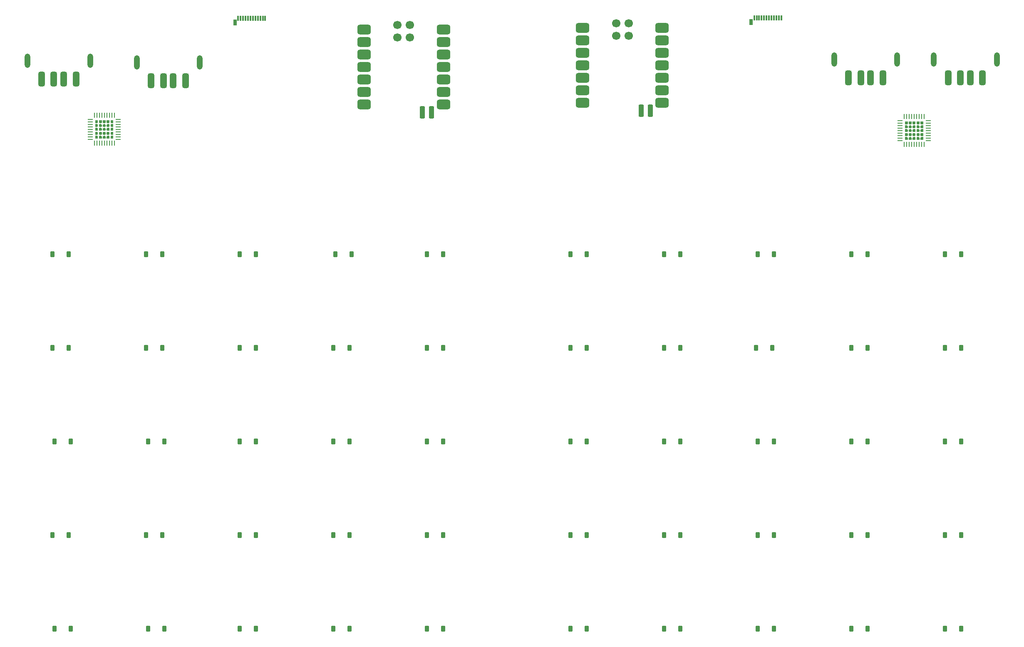
<source format=gbr>
%TF.GenerationSoftware,KiCad,Pcbnew,9.0.2*%
%TF.CreationDate,2025-10-05T12:30:13-05:00*%
%TF.ProjectId,keeb,6b656562-2e6b-4696-9361-645f70636258,rev?*%
%TF.SameCoordinates,Original*%
%TF.FileFunction,Paste,Top*%
%TF.FilePolarity,Positive*%
%FSLAX46Y46*%
G04 Gerber Fmt 4.6, Leading zero omitted, Abs format (unit mm)*
G04 Created by KiCad (PCBNEW 9.0.2) date 2025-10-05 12:30:13*
%MOMM*%
%LPD*%
G01*
G04 APERTURE LIST*
G04 Aperture macros list*
%AMRoundRect*
0 Rectangle with rounded corners*
0 $1 Rounding radius*
0 $2 $3 $4 $5 $6 $7 $8 $9 X,Y pos of 4 corners*
0 Add a 4 corners polygon primitive as box body*
4,1,4,$2,$3,$4,$5,$6,$7,$8,$9,$2,$3,0*
0 Add four circle primitives for the rounded corners*
1,1,$1+$1,$2,$3*
1,1,$1+$1,$4,$5*
1,1,$1+$1,$6,$7*
1,1,$1+$1,$8,$9*
0 Add four rect primitives between the rounded corners*
20,1,$1+$1,$2,$3,$4,$5,0*
20,1,$1+$1,$4,$5,$6,$7,0*
20,1,$1+$1,$6,$7,$8,$9,0*
20,1,$1+$1,$8,$9,$2,$3,0*%
G04 Aperture macros list end*
%ADD10C,0.000000*%
%ADD11R,1.066800X0.254000*%
%ADD12R,0.254000X1.066800*%
%ADD13RoundRect,0.225000X-0.225000X-0.375000X0.225000X-0.375000X0.225000X0.375000X-0.225000X0.375000X0*%
%ADD14O,1.200000X2.900000*%
%ADD15RoundRect,0.325000X0.325000X1.175000X-0.325000X1.175000X-0.325000X-1.175000X0.325000X-1.175000X0*%
%ADD16RoundRect,0.500000X-0.875000X-0.500000X0.875000X-0.500000X0.875000X0.500000X-0.875000X0.500000X0*%
%ADD17RoundRect,0.275000X-0.275000X0.975000X-0.275000X-0.975000X0.275000X-0.975000X0.275000X0.975000X0*%
%ADD18C,1.700000*%
%ADD19R,0.380000X1.000000*%
%ADD20R,0.700000X1.150000*%
G04 APERTURE END LIST*
D10*
%TO.C,U4*%
G36*
X55868900Y-50647479D02*
G01*
X55727479Y-50788900D01*
X55294530Y-50788900D01*
X55294530Y-50214530D01*
X55868900Y-50214530D01*
X55868900Y-50647479D01*
G37*
G36*
X55868900Y-53492521D02*
G01*
X55868900Y-53925470D01*
X55294530Y-53925470D01*
X55294530Y-53351100D01*
X55727479Y-53351100D01*
X55868900Y-53492521D01*
G37*
G36*
X59005470Y-50788900D02*
G01*
X58572521Y-50788900D01*
X58431100Y-50647479D01*
X58431100Y-50214530D01*
X59005470Y-50214530D01*
X59005470Y-50788900D01*
G37*
G36*
X59005470Y-53925470D02*
G01*
X58431100Y-53925470D01*
X58431100Y-53492521D01*
X58572521Y-53351100D01*
X59005470Y-53351100D01*
X59005470Y-53925470D01*
G37*
G36*
X55868900Y-51130321D02*
G01*
X55868900Y-51434879D01*
X55727479Y-51576300D01*
X55294530Y-51576300D01*
X55294530Y-50988900D01*
X55727479Y-50988900D01*
X55868900Y-51130321D01*
G37*
G36*
X55868900Y-51917721D02*
G01*
X55868900Y-52222279D01*
X55727479Y-52363700D01*
X55294530Y-52363700D01*
X55294530Y-51776300D01*
X55727479Y-51776300D01*
X55868900Y-51917721D01*
G37*
G36*
X55868900Y-52705121D02*
G01*
X55868900Y-53009679D01*
X55727479Y-53151100D01*
X55294530Y-53151100D01*
X55294530Y-52563700D01*
X55727479Y-52563700D01*
X55868900Y-52705121D01*
G37*
G36*
X56656300Y-50647479D02*
G01*
X56514879Y-50788900D01*
X56210321Y-50788900D01*
X56068900Y-50647479D01*
X56068900Y-50214530D01*
X56656300Y-50214530D01*
X56656300Y-50647479D01*
G37*
G36*
X56656300Y-53492521D02*
G01*
X56656300Y-53925470D01*
X56068900Y-53925470D01*
X56068900Y-53492521D01*
X56210321Y-53351100D01*
X56514879Y-53351100D01*
X56656300Y-53492521D01*
G37*
G36*
X57443700Y-50647479D02*
G01*
X57302279Y-50788900D01*
X56997721Y-50788900D01*
X56856300Y-50647479D01*
X56856300Y-50214530D01*
X57443700Y-50214530D01*
X57443700Y-50647479D01*
G37*
G36*
X57443700Y-53492521D02*
G01*
X57443700Y-53925470D01*
X56856300Y-53925470D01*
X56856300Y-53492521D01*
X56997721Y-53351100D01*
X57302279Y-53351100D01*
X57443700Y-53492521D01*
G37*
G36*
X58231100Y-50647479D02*
G01*
X58089679Y-50788900D01*
X57785121Y-50788900D01*
X57643700Y-50647479D01*
X57643700Y-50214530D01*
X58231100Y-50214530D01*
X58231100Y-50647479D01*
G37*
G36*
X58231100Y-53492521D02*
G01*
X58231100Y-53925470D01*
X57643700Y-53925470D01*
X57643700Y-53492521D01*
X57785121Y-53351100D01*
X58089679Y-53351100D01*
X58231100Y-53492521D01*
G37*
G36*
X59005470Y-51576300D02*
G01*
X58572521Y-51576300D01*
X58431100Y-51434879D01*
X58431100Y-51130321D01*
X58572521Y-50988900D01*
X59005470Y-50988900D01*
X59005470Y-51576300D01*
G37*
G36*
X59005470Y-52363700D02*
G01*
X58572521Y-52363700D01*
X58431100Y-52222279D01*
X58431100Y-51917721D01*
X58572521Y-51776300D01*
X59005470Y-51776300D01*
X59005470Y-52363700D01*
G37*
G36*
X59005470Y-53151100D02*
G01*
X58572521Y-53151100D01*
X58431100Y-53009679D01*
X58431100Y-52705121D01*
X58572521Y-52563700D01*
X59005470Y-52563700D01*
X59005470Y-53151100D01*
G37*
G36*
X56656300Y-51130321D02*
G01*
X56656300Y-51434879D01*
X56514879Y-51576300D01*
X56210321Y-51576300D01*
X56068900Y-51434879D01*
X56068900Y-51130321D01*
X56210321Y-50988900D01*
X56514879Y-50988900D01*
X56656300Y-51130321D01*
G37*
G36*
X56656300Y-51917721D02*
G01*
X56656300Y-52222279D01*
X56514879Y-52363700D01*
X56210321Y-52363700D01*
X56068900Y-52222279D01*
X56068900Y-51917721D01*
X56210321Y-51776300D01*
X56514879Y-51776300D01*
X56656300Y-51917721D01*
G37*
G36*
X56656300Y-52705121D02*
G01*
X56656300Y-53009679D01*
X56514879Y-53151100D01*
X56210321Y-53151100D01*
X56068900Y-53009679D01*
X56068900Y-52705121D01*
X56210321Y-52563700D01*
X56514879Y-52563700D01*
X56656300Y-52705121D01*
G37*
G36*
X57443700Y-51130321D02*
G01*
X57443700Y-51434879D01*
X57302279Y-51576300D01*
X56997721Y-51576300D01*
X56856300Y-51434879D01*
X56856300Y-51130321D01*
X56997721Y-50988900D01*
X57302279Y-50988900D01*
X57443700Y-51130321D01*
G37*
G36*
X57443700Y-51917721D02*
G01*
X57443700Y-52222279D01*
X57302279Y-52363700D01*
X56997721Y-52363700D01*
X56856300Y-52222279D01*
X56856300Y-51917721D01*
X56997721Y-51776300D01*
X57302279Y-51776300D01*
X57443700Y-51917721D01*
G37*
G36*
X57443700Y-52705121D02*
G01*
X57443700Y-53009679D01*
X57302279Y-53151100D01*
X56997721Y-53151100D01*
X56856300Y-53009679D01*
X56856300Y-52705121D01*
X56997721Y-52563700D01*
X57302279Y-52563700D01*
X57443700Y-52705121D01*
G37*
G36*
X58231100Y-51130321D02*
G01*
X58231100Y-51434879D01*
X58089679Y-51576300D01*
X57785121Y-51576300D01*
X57643700Y-51434879D01*
X57643700Y-51130321D01*
X57785121Y-50988900D01*
X58089679Y-50988900D01*
X58231100Y-51130321D01*
G37*
G36*
X58231100Y-51917721D02*
G01*
X58231100Y-52222279D01*
X58089679Y-52363700D01*
X57785121Y-52363700D01*
X57643700Y-52222279D01*
X57643700Y-51917721D01*
X57785121Y-51776300D01*
X58089679Y-51776300D01*
X58231100Y-51917721D01*
G37*
G36*
X58231100Y-52705121D02*
G01*
X58231100Y-53009679D01*
X58089679Y-53151100D01*
X57785121Y-53151100D01*
X57643700Y-53009679D01*
X57643700Y-52705121D01*
X57785121Y-52563700D01*
X58089679Y-52563700D01*
X58231100Y-52705121D01*
G37*
%TO.C,U3*%
G36*
X220664100Y-50901479D02*
G01*
X220522679Y-51042900D01*
X220089730Y-51042900D01*
X220089730Y-50468530D01*
X220664100Y-50468530D01*
X220664100Y-50901479D01*
G37*
G36*
X220664100Y-53746521D02*
G01*
X220664100Y-54179470D01*
X220089730Y-54179470D01*
X220089730Y-53605100D01*
X220522679Y-53605100D01*
X220664100Y-53746521D01*
G37*
G36*
X223800670Y-51042900D02*
G01*
X223367721Y-51042900D01*
X223226300Y-50901479D01*
X223226300Y-50468530D01*
X223800670Y-50468530D01*
X223800670Y-51042900D01*
G37*
G36*
X223800670Y-54179470D02*
G01*
X223226300Y-54179470D01*
X223226300Y-53746521D01*
X223367721Y-53605100D01*
X223800670Y-53605100D01*
X223800670Y-54179470D01*
G37*
G36*
X220664100Y-51384321D02*
G01*
X220664100Y-51688879D01*
X220522679Y-51830300D01*
X220089730Y-51830300D01*
X220089730Y-51242900D01*
X220522679Y-51242900D01*
X220664100Y-51384321D01*
G37*
G36*
X220664100Y-52171721D02*
G01*
X220664100Y-52476279D01*
X220522679Y-52617700D01*
X220089730Y-52617700D01*
X220089730Y-52030300D01*
X220522679Y-52030300D01*
X220664100Y-52171721D01*
G37*
G36*
X220664100Y-52959121D02*
G01*
X220664100Y-53263679D01*
X220522679Y-53405100D01*
X220089730Y-53405100D01*
X220089730Y-52817700D01*
X220522679Y-52817700D01*
X220664100Y-52959121D01*
G37*
G36*
X221451500Y-50901479D02*
G01*
X221310079Y-51042900D01*
X221005521Y-51042900D01*
X220864100Y-50901479D01*
X220864100Y-50468530D01*
X221451500Y-50468530D01*
X221451500Y-50901479D01*
G37*
G36*
X221451500Y-53746521D02*
G01*
X221451500Y-54179470D01*
X220864100Y-54179470D01*
X220864100Y-53746521D01*
X221005521Y-53605100D01*
X221310079Y-53605100D01*
X221451500Y-53746521D01*
G37*
G36*
X222238900Y-50901479D02*
G01*
X222097479Y-51042900D01*
X221792921Y-51042900D01*
X221651500Y-50901479D01*
X221651500Y-50468530D01*
X222238900Y-50468530D01*
X222238900Y-50901479D01*
G37*
G36*
X222238900Y-53746521D02*
G01*
X222238900Y-54179470D01*
X221651500Y-54179470D01*
X221651500Y-53746521D01*
X221792921Y-53605100D01*
X222097479Y-53605100D01*
X222238900Y-53746521D01*
G37*
G36*
X223026300Y-50901479D02*
G01*
X222884879Y-51042900D01*
X222580321Y-51042900D01*
X222438900Y-50901479D01*
X222438900Y-50468530D01*
X223026300Y-50468530D01*
X223026300Y-50901479D01*
G37*
G36*
X223026300Y-53746521D02*
G01*
X223026300Y-54179470D01*
X222438900Y-54179470D01*
X222438900Y-53746521D01*
X222580321Y-53605100D01*
X222884879Y-53605100D01*
X223026300Y-53746521D01*
G37*
G36*
X223800670Y-51830300D02*
G01*
X223367721Y-51830300D01*
X223226300Y-51688879D01*
X223226300Y-51384321D01*
X223367721Y-51242900D01*
X223800670Y-51242900D01*
X223800670Y-51830300D01*
G37*
G36*
X223800670Y-52617700D02*
G01*
X223367721Y-52617700D01*
X223226300Y-52476279D01*
X223226300Y-52171721D01*
X223367721Y-52030300D01*
X223800670Y-52030300D01*
X223800670Y-52617700D01*
G37*
G36*
X223800670Y-53405100D02*
G01*
X223367721Y-53405100D01*
X223226300Y-53263679D01*
X223226300Y-52959121D01*
X223367721Y-52817700D01*
X223800670Y-52817700D01*
X223800670Y-53405100D01*
G37*
G36*
X221451500Y-51384321D02*
G01*
X221451500Y-51688879D01*
X221310079Y-51830300D01*
X221005521Y-51830300D01*
X220864100Y-51688879D01*
X220864100Y-51384321D01*
X221005521Y-51242900D01*
X221310079Y-51242900D01*
X221451500Y-51384321D01*
G37*
G36*
X221451500Y-52171721D02*
G01*
X221451500Y-52476279D01*
X221310079Y-52617700D01*
X221005521Y-52617700D01*
X220864100Y-52476279D01*
X220864100Y-52171721D01*
X221005521Y-52030300D01*
X221310079Y-52030300D01*
X221451500Y-52171721D01*
G37*
G36*
X221451500Y-52959121D02*
G01*
X221451500Y-53263679D01*
X221310079Y-53405100D01*
X221005521Y-53405100D01*
X220864100Y-53263679D01*
X220864100Y-52959121D01*
X221005521Y-52817700D01*
X221310079Y-52817700D01*
X221451500Y-52959121D01*
G37*
G36*
X222238900Y-51384321D02*
G01*
X222238900Y-51688879D01*
X222097479Y-51830300D01*
X221792921Y-51830300D01*
X221651500Y-51688879D01*
X221651500Y-51384321D01*
X221792921Y-51242900D01*
X222097479Y-51242900D01*
X222238900Y-51384321D01*
G37*
G36*
X222238900Y-52171721D02*
G01*
X222238900Y-52476279D01*
X222097479Y-52617700D01*
X221792921Y-52617700D01*
X221651500Y-52476279D01*
X221651500Y-52171721D01*
X221792921Y-52030300D01*
X222097479Y-52030300D01*
X222238900Y-52171721D01*
G37*
G36*
X222238900Y-52959121D02*
G01*
X222238900Y-53263679D01*
X222097479Y-53405100D01*
X221792921Y-53405100D01*
X221651500Y-53263679D01*
X221651500Y-52959121D01*
X221792921Y-52817700D01*
X222097479Y-52817700D01*
X222238900Y-52959121D01*
G37*
G36*
X223026300Y-51384321D02*
G01*
X223026300Y-51688879D01*
X222884879Y-51830300D01*
X222580321Y-51830300D01*
X222438900Y-51688879D01*
X222438900Y-51384321D01*
X222580321Y-51242900D01*
X222884879Y-51242900D01*
X223026300Y-51384321D01*
G37*
G36*
X223026300Y-52171721D02*
G01*
X223026300Y-52476279D01*
X222884879Y-52617700D01*
X222580321Y-52617700D01*
X222438900Y-52476279D01*
X222438900Y-52171721D01*
X222580321Y-52030300D01*
X222884879Y-52030300D01*
X223026300Y-52171721D01*
G37*
G36*
X223026300Y-52959121D02*
G01*
X223026300Y-53263679D01*
X222884879Y-53405100D01*
X222580321Y-53405100D01*
X222438900Y-53263679D01*
X222438900Y-52959121D01*
X222580321Y-52817700D01*
X222884879Y-52817700D01*
X223026300Y-52959121D01*
G37*
%TD*%
D11*
%TO.C,U4*%
X54305200Y-50038000D03*
X54305200Y-50546000D03*
X54305200Y-51054000D03*
X54305200Y-51562000D03*
X54305200Y-52070000D03*
X54305200Y-52578000D03*
X54305200Y-53086000D03*
X54305200Y-53594000D03*
X54305200Y-54102000D03*
D12*
X55118000Y-54914800D03*
X55626000Y-54914800D03*
X56134000Y-54914800D03*
X56642000Y-54914800D03*
X57150000Y-54914800D03*
X57658000Y-54914800D03*
X58166000Y-54914800D03*
X58674000Y-54914800D03*
X59182000Y-54914800D03*
D11*
X59994800Y-54102000D03*
X59994800Y-53594000D03*
X59994800Y-53086000D03*
X59994800Y-52578000D03*
X59994800Y-52070000D03*
X59994800Y-51562000D03*
X59994800Y-51054000D03*
X59994800Y-50546000D03*
X59994800Y-50038000D03*
D12*
X59182000Y-49225200D03*
X58674000Y-49225200D03*
X58166000Y-49225200D03*
X57658000Y-49225200D03*
X57150000Y-49225200D03*
X56642000Y-49225200D03*
X56134000Y-49225200D03*
X55626000Y-49225200D03*
X55118000Y-49225200D03*
%TD*%
D13*
%TO.C,D26*%
X84710000Y-115570000D03*
X88010000Y-115570000D03*
%TD*%
%TO.C,D7*%
X152020000Y-134620000D03*
X155320000Y-134620000D03*
%TD*%
%TO.C,D19*%
X171070000Y-153670000D03*
X174370000Y-153670000D03*
%TD*%
%TO.C,D27*%
X190120000Y-134620000D03*
X193420000Y-134620000D03*
%TD*%
%TO.C,D22*%
X84710000Y-77470000D03*
X88010000Y-77470000D03*
%TD*%
%TO.C,D31*%
X209170000Y-77470000D03*
X212470000Y-77470000D03*
%TD*%
%TO.C,D18*%
X65660000Y-134620000D03*
X68960000Y-134620000D03*
%TD*%
%TO.C,D46*%
X122810000Y-115570000D03*
X126110000Y-115570000D03*
%TD*%
D14*
%TO.C,J2*%
X54300000Y-38100000D03*
X41500000Y-38100000D03*
D15*
X51400000Y-41800000D03*
X48900000Y-41800000D03*
X46900000Y-41800000D03*
X44400000Y-41800000D03*
%TD*%
D13*
%TO.C,D50*%
X122810000Y-153670000D03*
X126110000Y-153670000D03*
%TD*%
%TO.C,D34*%
X103760000Y-96520000D03*
X107060000Y-96520000D03*
%TD*%
%TO.C,D5*%
X152020000Y-115570000D03*
X155320000Y-115570000D03*
%TD*%
%TO.C,D10*%
X46990000Y-153670000D03*
X50290000Y-153670000D03*
%TD*%
%TO.C,D9*%
X152020000Y-153670000D03*
X155320000Y-153670000D03*
%TD*%
%TO.C,D49*%
X228220000Y-153670000D03*
X231520000Y-153670000D03*
%TD*%
%TO.C,D41*%
X228220000Y-77470000D03*
X231520000Y-77470000D03*
%TD*%
%TO.C,D40*%
X103760000Y-153670000D03*
X107060000Y-153670000D03*
%TD*%
%TO.C,D33*%
X209170000Y-96520000D03*
X212470000Y-96520000D03*
%TD*%
%TO.C,D11*%
X171070000Y-77470000D03*
X174370000Y-77470000D03*
%TD*%
%TO.C,D13*%
X171070000Y-96520000D03*
X174370000Y-96520000D03*
%TD*%
%TO.C,D37*%
X209170000Y-134620000D03*
X212470000Y-134620000D03*
%TD*%
%TO.C,D23*%
X189740000Y-96520000D03*
X193040000Y-96520000D03*
%TD*%
%TO.C,D25*%
X190120000Y-115570000D03*
X193420000Y-115570000D03*
%TD*%
%TO.C,D20*%
X66040000Y-153670000D03*
X69340000Y-153670000D03*
%TD*%
D16*
%TO.C,U1*%
X154505000Y-31428500D03*
X154505000Y-33968500D03*
X154505000Y-36508500D03*
X154505000Y-39048500D03*
X154505000Y-41588500D03*
X154505000Y-44128500D03*
X154505000Y-46668500D03*
X170670000Y-46668500D03*
X170670000Y-44128500D03*
X170670000Y-41588500D03*
X170670000Y-39048500D03*
X170670000Y-36508500D03*
X170670000Y-33968500D03*
X170670000Y-31428500D03*
D17*
X166370000Y-48285400D03*
X168275000Y-48285400D03*
D18*
X161290000Y-30480000D03*
X163830000Y-30480000D03*
X161290000Y-33020000D03*
X163830000Y-33020000D03*
%TD*%
D13*
%TO.C,D36*%
X103760000Y-115570000D03*
X107060000Y-115570000D03*
%TD*%
%TO.C,D4*%
X46610000Y-96520000D03*
X49910000Y-96520000D03*
%TD*%
%TO.C,D48*%
X122810000Y-134620000D03*
X126110000Y-134620000D03*
%TD*%
%TO.C,D16*%
X66040000Y-115570000D03*
X69340000Y-115570000D03*
%TD*%
D11*
%TO.C,U3*%
X219100400Y-50292000D03*
X219100400Y-50800000D03*
X219100400Y-51308000D03*
X219100400Y-51816000D03*
X219100400Y-52324000D03*
X219100400Y-52832000D03*
X219100400Y-53340000D03*
X219100400Y-53848000D03*
X219100400Y-54356000D03*
D12*
X219913200Y-55168800D03*
X220421200Y-55168800D03*
X220929200Y-55168800D03*
X221437200Y-55168800D03*
X221945200Y-55168800D03*
X222453200Y-55168800D03*
X222961200Y-55168800D03*
X223469200Y-55168800D03*
X223977200Y-55168800D03*
D11*
X224790000Y-54356000D03*
X224790000Y-53848000D03*
X224790000Y-53340000D03*
X224790000Y-52832000D03*
X224790000Y-52324000D03*
X224790000Y-51816000D03*
X224790000Y-51308000D03*
X224790000Y-50800000D03*
X224790000Y-50292000D03*
D12*
X223977200Y-49479200D03*
X223469200Y-49479200D03*
X222961200Y-49479200D03*
X222453200Y-49479200D03*
X221945200Y-49479200D03*
X221437200Y-49479200D03*
X220929200Y-49479200D03*
X220421200Y-49479200D03*
X219913200Y-49479200D03*
%TD*%
D13*
%TO.C,D32*%
X104140000Y-77470000D03*
X107440000Y-77470000D03*
%TD*%
%TO.C,D39*%
X209170000Y-153670000D03*
X212470000Y-153670000D03*
%TD*%
%TO.C,D17*%
X171070000Y-134620000D03*
X174370000Y-134620000D03*
%TD*%
D16*
%TO.C,U2*%
X110000000Y-31750000D03*
X110000000Y-34290000D03*
X110000000Y-36830000D03*
X110000000Y-39370000D03*
X110000000Y-41910000D03*
X110000000Y-44450000D03*
X110000000Y-46990000D03*
X126165000Y-46990000D03*
X126165000Y-44450000D03*
X126165000Y-41910000D03*
X126165000Y-39370000D03*
X126165000Y-36830000D03*
X126165000Y-34290000D03*
X126165000Y-31750000D03*
D17*
X121865000Y-48606900D03*
X123770000Y-48606900D03*
D18*
X116785000Y-30801500D03*
X119325000Y-30801500D03*
X116785000Y-33341500D03*
X119325000Y-33341500D03*
%TD*%
D13*
%TO.C,D6*%
X46990000Y-115570000D03*
X50290000Y-115570000D03*
%TD*%
%TO.C,D2*%
X46610000Y-77470000D03*
X49910000Y-77470000D03*
%TD*%
%TO.C,D45*%
X228220000Y-115570000D03*
X231520000Y-115570000D03*
%TD*%
D19*
%TO.C,P2*%
X84408000Y-29464000D03*
X84908000Y-29464000D03*
X85408000Y-29464000D03*
X85908000Y-29464000D03*
X86408000Y-29464000D03*
X86908000Y-29464000D03*
X87408000Y-29464000D03*
X87908000Y-29464000D03*
X88408000Y-29464000D03*
X88908000Y-29464000D03*
X89408000Y-29464000D03*
X89908000Y-29464000D03*
D20*
X83738000Y-30304000D03*
%TD*%
D13*
%TO.C,D24*%
X84710000Y-96520000D03*
X88010000Y-96520000D03*
%TD*%
%TO.C,D28*%
X84710000Y-134620000D03*
X88010000Y-134620000D03*
%TD*%
D14*
%TO.C,J3*%
X218490000Y-37840000D03*
X205690000Y-37840000D03*
D15*
X215590000Y-41540000D03*
X213090000Y-41540000D03*
X211090000Y-41540000D03*
X208590000Y-41540000D03*
%TD*%
D13*
%TO.C,D44*%
X122810000Y-96520000D03*
X126110000Y-96520000D03*
%TD*%
%TO.C,D43*%
X228220000Y-96520000D03*
X231520000Y-96520000D03*
%TD*%
%TO.C,D21*%
X190120000Y-77470000D03*
X193420000Y-77470000D03*
%TD*%
%TO.C,D38*%
X103760000Y-134620000D03*
X107060000Y-134620000D03*
%TD*%
%TO.C,D12*%
X65660000Y-77470000D03*
X68960000Y-77470000D03*
%TD*%
%TO.C,D30*%
X84710000Y-153670000D03*
X88010000Y-153670000D03*
%TD*%
D14*
%TO.C,J1*%
X238760000Y-37840000D03*
X225960000Y-37840000D03*
D15*
X235860000Y-41540000D03*
X233360000Y-41540000D03*
X231360000Y-41540000D03*
X228860000Y-41540000D03*
%TD*%
D13*
%TO.C,D29*%
X190120000Y-153670000D03*
X193420000Y-153670000D03*
%TD*%
%TO.C,D15*%
X171070000Y-115570000D03*
X174370000Y-115570000D03*
%TD*%
%TO.C,D1*%
X152020000Y-77470000D03*
X155320000Y-77470000D03*
%TD*%
%TO.C,D47*%
X228220000Y-134620000D03*
X231520000Y-134620000D03*
%TD*%
D14*
%TO.C,J4*%
X76600000Y-38475000D03*
X63800000Y-38475000D03*
D15*
X73700000Y-42175000D03*
X71200000Y-42175000D03*
X69200000Y-42175000D03*
X66700000Y-42175000D03*
%TD*%
D19*
%TO.C,P1*%
X189410000Y-29390000D03*
X189910000Y-29390000D03*
X190410000Y-29390000D03*
X190910000Y-29390000D03*
X191410000Y-29390000D03*
X191910000Y-29390000D03*
X192410000Y-29390000D03*
X192910000Y-29390000D03*
X193410000Y-29390000D03*
X193910000Y-29390000D03*
X194410000Y-29390000D03*
X194910000Y-29390000D03*
D20*
X188740000Y-30230000D03*
%TD*%
D13*
%TO.C,D8*%
X46610000Y-134620000D03*
X49910000Y-134620000D03*
%TD*%
%TO.C,D35*%
X209170000Y-115570000D03*
X212470000Y-115570000D03*
%TD*%
%TO.C,D3*%
X152020000Y-96520000D03*
X155320000Y-96520000D03*
%TD*%
%TO.C,D42*%
X122810000Y-77470000D03*
X126110000Y-77470000D03*
%TD*%
%TO.C,D14*%
X65660000Y-96520000D03*
X68960000Y-96520000D03*
%TD*%
M02*

</source>
